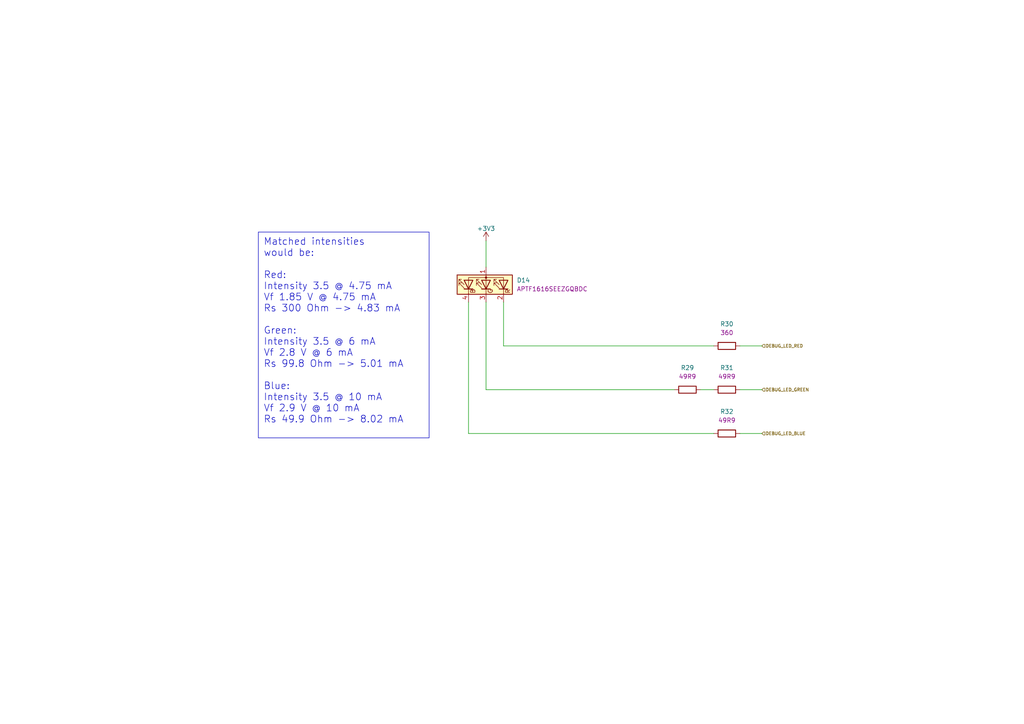
<source format=kicad_sch>
(kicad_sch (version 20230121) (generator eeschema)
  (paper "A4")
  (title_block (title "Suspension Rig") (date "2023-09-25") (rev "1.0") (company "4D Haptics Oy") (comment 1 "TL, SB") (comment 3 "PCB_PN"))
  (lib_symbols
    (symbol "KD_Led:RGB_Clear_APTF1616SEEZGQBDC" (pin_names hide)
      (property "Reference" "D" (at -2.54 10.16 0))
      (property "Code" "APTF1616SEEZGQBDC" (at 0 -10.16 0))
      (symbol "RGB_Clear_APTF1616SEEZGQBDC_0_0"
        (text "B" (at -1.905 3.81 0) (effects (font (size 1.27 1.27))))
        (text "G" (at -1.905 -1.27 0) (effects (font (size 1.27 1.27))))
        (text "R" (at -1.905 -6.35 0) (effects (font (size 1.27 1.27))))
      )
      (symbol "RGB_Clear_APTF1616SEEZGQBDC_0_1"
        (polyline (pts (xy -1.27 -5.08) (xy -2.54 -5.08)))
        (polyline (pts (xy -1.27 -5.08) (xy 1.27 -5.08)))
        (polyline (pts (xy -1.27 -3.81) (xy -1.27 -6.35)) (stroke (width 0.254)))
        (polyline (pts (xy -1.27 0) (xy -2.54 0)))
        (polyline (pts (xy -1.27 1.27) (xy -1.27 -1.27)) (stroke (width 0.254)))
        (polyline (pts (xy -1.27 5.08) (xy -2.54 5.08)))
        (polyline (pts (xy -1.27 5.08) (xy 1.27 5.08)))
        (polyline (pts (xy -1.27 6.35) (xy -1.27 3.81)) (stroke (width 0.254)))
        (polyline (pts (xy 1.27 0) (xy -1.27 0)))
        (polyline (pts (xy 1.27 0) (xy 2.54 0)))
        (polyline (pts (xy -1.27 1.27) (xy -1.27 -1.27) (xy -1.27 -1.27)))
        (polyline (pts (xy -1.27 6.35) (xy -1.27 3.81) (xy -1.27 3.81)))
        (polyline (pts (xy 1.27 -5.08) (xy 2.032 -5.08) (xy 2.032 5.08) (xy 1.27 5.08)))
        (polyline (pts (xy 1.27 -3.81) (xy 1.27 -6.35) (xy -1.27 -5.08) (xy 1.27 -3.81)) (stroke (width 0.254)))
        (polyline (pts (xy 1.27 1.27) (xy 1.27 -1.27) (xy -1.27 0) (xy 1.27 1.27)) (stroke (width 0.254)))
        (polyline (pts (xy 1.27 6.35) (xy 1.27 3.81) (xy -1.27 5.08) (xy 1.27 6.35)) (stroke (width 0.254)))
        (polyline (pts (xy -1.016 -3.81) (xy 0.508 -2.286) (xy -0.254 -2.286) (xy 0.508 -2.286) (xy 0.508 -3.048)))
        (polyline (pts (xy -1.016 1.27) (xy 0.508 2.794) (xy -0.254 2.794) (xy 0.508 2.794) (xy 0.508 2.032)))
        (polyline (pts (xy -1.016 6.35) (xy 0.508 7.874) (xy -0.254 7.874) (xy 0.508 7.874) (xy 0.508 7.112)))
        (polyline (pts (xy 0 -3.81) (xy 1.524 -2.286) (xy 0.762 -2.286) (xy 1.524 -2.286) (xy 1.524 -3.048)))
        (polyline (pts (xy 0 1.27) (xy 1.524 2.794) (xy 0.762 2.794) (xy 1.524 2.794) (xy 1.524 2.032)))
        (polyline (pts (xy 0 6.35) (xy 1.524 7.874) (xy 0.762 7.874) (xy 1.524 7.874) (xy 1.524 7.112)))
        (rectangle (start 1.27 -1.27) (end 1.27 1.27))
        (rectangle (start 1.27 1.27) (end 1.27 1.27))
        (rectangle (start 1.27 3.81) (end 1.27 6.35))
        (rectangle (start 1.27 6.35) (end 1.27 6.35))
        (circle (center 2.032 0) (radius 0.254) (fill (type outline)))
        (rectangle (start 2.794 8.382) (end -2.794 -7.62) (stroke (width 0.254)) (fill (type background)))
      )
      (symbol "RGB_Clear_APTF1616SEEZGQBDC_1_1"
        (pin passive line (at 5.08 0 180) (length 2.54) (name "A") (number "1"))
        (pin passive line (at -5.08 -5.08 0) (length 2.54) (name "BK") (number "2"))
        (pin passive line (at -5.08 0 0) (length 2.54) (name "GK") (number "3"))
        (pin passive line (at -5.08 5.08 0) (length 2.54) (name "RK") (number "4"))
      )
    )
    (symbol "KD_Resistor:R_0603_360_1%" (pin_numbers hide) (pin_names hide)
      (property "Reference" "R" (at 1.905 1.27 0))
      (property "Code" "360" (at 1.905 -1.27 0))
      (symbol "R_0603_360_1%_0_1"
        (rectangle (start -1.016 -2.54) (end 1.016 2.54) (stroke (width 0.254)))
      )
      (symbol "R_0603_360_1%_1_1"
        (pin passive line (at 0 3.81 270) (length 1.27) (name "~") (number "1"))
        (pin passive line (at 0 -3.81 90) (length 1.27) (name "~") (number "2"))
      )
    )
    (symbol "KD_Resistor:R_0603_49R9_1%" (pin_numbers hide) (pin_names hide)
      (property "Reference" "R" (at 1.905 1.27 0))
      (property "Code" "49R9" (at 1.905 -1.27 0))
      (symbol "R_0603_49R9_1%_0_1"
        (rectangle (start -1.016 -2.54) (end 1.016 2.54) (stroke (width 0.254)))
      )
      (symbol "R_0603_49R9_1%_1_1"
        (pin passive line (at 0 3.81 270) (length 1.27) (name "~") (number "1"))
        (pin passive line (at 0 -3.81 90) (length 1.27) (name "~") (number "2"))
      )
    )
    (symbol "power:+3V3" (power) (pin_names (offset 0))
      (property "Value" "+3V3" (at 0 3.556 0))
      (symbol "+3V3_0_1"
        (polyline (pts (xy -0.762 1.27) (xy 0 2.54)))
        (polyline (pts (xy 0 0) (xy 0 2.54)))
        (polyline (pts (xy 0 2.54) (xy 0.762 1.27)))
      )
      (symbol "+3V3_1_1"
        (pin power_in line (at 0 0 90) (length 0) hide (name "+3V3") (number "1"))
      )
    )
  )
  (wire (pts (xy 140.97 113.03) (xy 195.58 113.03)))
  (wire (pts (xy 146.05 100.33) (xy 207.01 100.33)))
  (wire (pts (xy 214.63 100.33) (xy 220.98 100.33)))
  (wire (pts (xy 135.89 87.63) (xy 135.89 125.73)))
  (wire (pts (xy 135.89 125.73) (xy 207.01 125.73)))
  (wire (pts (xy 140.97 87.63) (xy 140.97 113.03)))
  (wire (pts (xy 203.2 113.03) (xy 207.01 113.03)))
  (wire (pts (xy 140.97 77.47) (xy 140.97 69.85)))
  (wire (pts (xy 220.98 113.03) (xy 214.63 113.03)))
  (wire (pts (xy 214.63 125.73) (xy 220.98 125.73)))
  (wire (pts (xy 146.05 87.63) (xy 146.05 100.33)))
  (text_box "Matched intensities\nwould be:\n\nRed:\nIntensity 3.5 @ 4.75 mA\nVf 1.85 V @ 4.75 mA\nRs 300 Ohm -> 4.83 mA\n\nGreen:\nIntensity 3.5 @ 6 mA\nVf 2.8 V @ 6 mA\nRs 99.8 Ohm -> 5.01 mA\n\nBlue:\nIntensity 3.5 @ 10 mA\nVf 2.9 V @ 10 mA\nRs 49.9 Ohm -> 8.02 mA" (at 74.93 67.31 0) (size 49.53 59.69) (effects (font (size 2 2)) (justify left top)))
  (hierarchical_label "DEBUG_LED_BLUE" (shape input) (at 220.98 125.73 0) (effects (font (size 0.889 0.889))))
  (hierarchical_label "DEBUG_LED_GREEN" (shape input) (at 220.98 113.03 0) (effects (font (size 0.889 0.889))))
  (hierarchical_label "DEBUG_LED_RED" (shape input) (at 220.98 100.33 0) (effects (font (size 0.889 0.889))))
  (symbol (lib_id "KD_Resistor:R_0603_360_1%") (at 210.82 100.33 90) (unit 1)
    (property "Reference" "R30" (at 210.82 93.98 90))
    (property "Value" "R_0603_360_1%" (effects hide))
    (property "Footprint" "KD_Resistor:RESC1608X55N" (effects hide))
    (property "Datasheet" "https://www.yageo.com/upload/media/product/productsearch/datasheet/rchip/PYu-RT_1-to-0.01_RoHS_L_12.pdf" (effects hide))
    (property "Code" "360" (at 210.82 96.52 90))
    (property "Manufacturer" "YAGEO" (effects hide))
    (property "MFG_PartNo" "RT0603FRE07360RL" (effects hide))
    (property "Supplier" "Digi-Key" (effects hide))
    (property "Supplier_PartNo" "13-RT0603FRE07360RLCT-ND" (effects hide))
    (property "DNP" "F" (effects hide))
    (property "Price" "0.02" (effects hide))
    (instances (project "000052 RCCON" (path "" (reference "R30") (unit 1))) (project "000018 PGKB" (path "" (reference "R9") (unit 1))))
  )
  (symbol (lib_id "KD_Resistor:R_0603_49R9_1%") (at 199.39 113.03 90) (unit 1)
    (property "Reference" "R29" (at 199.39 106.68 90))
    (property "Value" "49R9" (effects hide))
    (property "Footprint" "KD_Resistor:RESC1608X55N" (effects hide))
    (property "Datasheet" "https://www.seielect.com/Catalog/SEI-RMCF_RMCP.pdf" (effects hide))
    (property "Code" "49R9" (at 199.39 109.22 90))
    (property "Manufacturer" "Stackpole Electronics Inc" (effects hide))
    (property "MFG_PartNo" "RMCF0603FT49R9" (effects hide))
    (property "Supplier" "Digi-Key" (effects hide))
    (property "Supplier_PartNo" "RMCF0603FT49R9CT-ND" (effects hide))
    (property "DNP" "F" (effects hide))
    (property "Price" "0.01" (effects hide))
    (instances (project "000052 RCCON" (path "" (reference "R29") (unit 1))) (project "000018 PGKB" (path "" (reference "R8") (unit 1))))
  )
  (symbol (lib_id "KD_Resistor:R_0603_49R9_1%") (at 210.82 113.03 90) (unit 1)
    (property "Reference" "R31" (at 210.82 106.68 90))
    (property "Value" "49R9" (effects hide))
    (property "Footprint" "KD_Resistor:RESC1608X55N" (effects hide))
    (property "Datasheet" "https://www.seielect.com/Catalog/SEI-RMCF_RMCP.pdf" (effects hide))
    (property "Code" "49R9" (at 210.82 109.22 90))
    (property "Manufacturer" "Stackpole Electronics Inc" (effects hide))
    (property "MFG_PartNo" "RMCF0603FT49R9" (effects hide))
    (property "Supplier" "Digi-Key" (effects hide))
    (property "Supplier_PartNo" "RMCF0603FT49R9CT-ND" (effects hide))
    (property "DNP" "F" (effects hide))
    (property "Price" "0.01" (effects hide))
    (instances (project "000052 RCCON" (path "" (reference "R31") (unit 1))) (project "000018 PGKB" (path "" (reference "R10") (unit 1))))
  )
  (symbol (lib_id "KD_Led:RGB_Clear_APTF1616SEEZGQBDC") (at 140.97 82.55 90) (unit 1)
    (property "Reference" "D14" (at 149.86 81.28 90) (effects (justify right)))
    (property "Value" "RGB_Clear_APTF1616SEEZGQBDC" (effects hide))
    (property "Footprint" "KD_Diode:LEDM1616X80-4N_B" (effects hide))
    (property "Datasheet" "https://www.kingbrightusa.com/images/catalog/SPEC/APTF1616SEEZGQBDC.pdf" (effects hide))
    (property "Code" "APTF1616SEEZGQBDC" (at 149.86 83.82 90) (effects (justify right)))
    (property "Manufacturer" "Kingbright" (effects hide))
    (property "MFG_PartNo" "APTF1616SEEZGQBDC" (effects hide))
    (property "Supplier" "Digi-Key" (effects hide))
    (property "Supplier_PartNo" "754-1500-1-ND" (effects hide))
    (property "DNP" "F" (effects hide))
    (property "Price" "1" (effects hide))
    (instances (project "000052 RCCON" (path "" (reference "D14") (unit 1))) (project "000018 PGKB" (path "" (reference "D4") (unit 1))))
  )
  (symbol (lib_id "KD_Resistor:R_0603_49R9_1%") (at 210.82 125.73 90) (unit 1)
    (property "Reference" "R32" (at 210.82 119.38 90))
    (property "Value" "49R9" (effects hide))
    (property "Footprint" "KD_Resistor:RESC1608X55N" (effects hide))
    (property "Datasheet" "https://www.seielect.com/Catalog/SEI-RMCF_RMCP.pdf" (effects hide))
    (property "Code" "49R9" (at 210.82 121.92 90))
    (property "Manufacturer" "Stackpole Electronics Inc" (effects hide))
    (property "MFG_PartNo" "RMCF0603FT49R9" (effects hide))
    (property "Supplier" "Digi-Key" (effects hide))
    (property "Supplier_PartNo" "RMCF0603FT49R9CT-ND" (effects hide))
    (property "DNP" "F" (effects hide))
    (property "Price" "0.01" (effects hide))
    (instances (project "000052 RCCON" (path "" (reference "R32") (unit 1))) (project "000018 PGKB" (path "" (reference "R11") (unit 1))))
  )
  (symbol (lib_id "power:+3V3") (at 140.97 69.85 0) (unit 1)
    (property "Reference" "#+3V09" (effects hide))
    (property "Value" "+3V3" (at 140.97 66.294 0))
    (instances (project "000052 RCCON" (path "" (reference "#+3V09") (unit 1))) (project "000018 PGKB" (path "" (reference "#+3V08") (unit 1))))
  )
)
</source>
